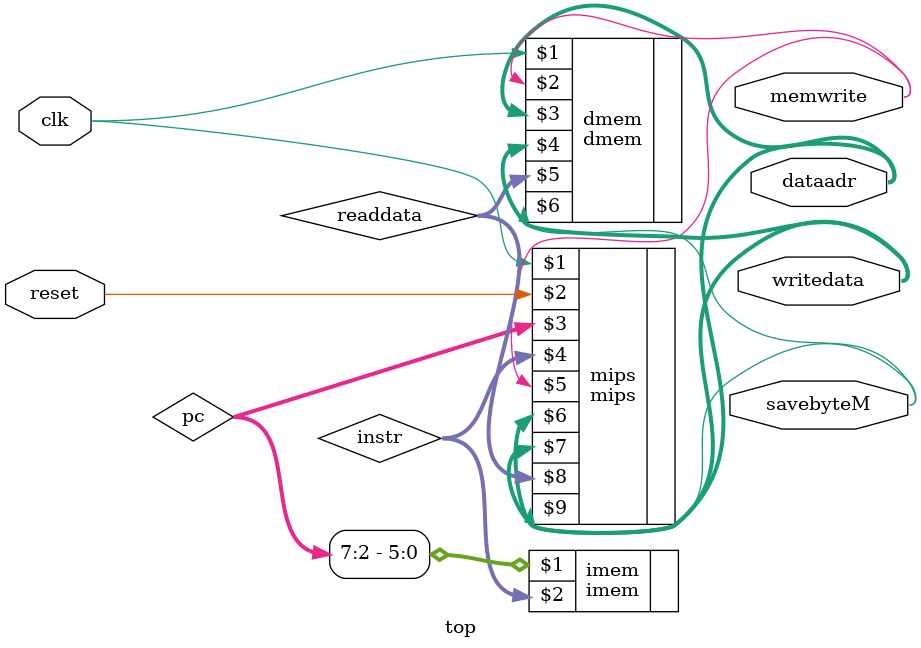
<source format=sv>
module top(input logic clk, reset,
output logic [31:0] writedata, dataadr,
output logic memwrite,savebyteM);
logic [31:0] pc, instr, readdata;
// instantiate processor and memories
mips mips(clk, reset, pc, instr, memwrite, dataadr,writedata, readdata,savebyteM);
imem imem(pc[7:2], instr);
dmem dmem(clk, memwrite, dataadr, writedata, readdata,savebyteM);
endmodule
</source>
